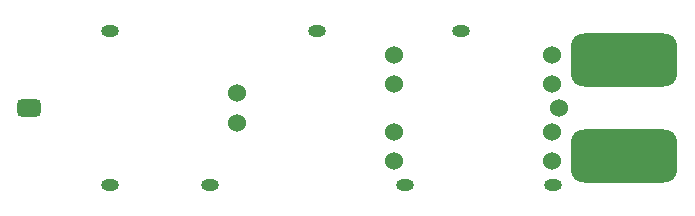
<source format=gbr>
%TF.GenerationSoftware,Altium Limited,Altium Designer,18.1.7 (191)*%
G04 Layer_Color=255*
%FSLAX45Y45*%
%MOMM*%
%TF.FileFunction,Pads,Bot*%
%TF.Part,Single*%
G01*
G75*
%TA.AperFunction,ViaPad*%
%ADD23O,1.50000X1.00000*%
%TA.AperFunction,ComponentPad*%
%ADD24C,1.52400*%
G04:AMPARAMS|DCode=25|XSize=9mm|YSize=4.5mm|CornerRadius=1.125mm|HoleSize=0mm|Usage=FLASHONLY|Rotation=0.000|XOffset=0mm|YOffset=0mm|HoleType=Round|Shape=RoundedRectangle|*
%AMROUNDEDRECTD25*
21,1,9.00000,2.25000,0,0,0.0*
21,1,6.75000,4.50000,0,0,0.0*
1,1,2.25000,3.37500,-1.12500*
1,1,2.25000,-3.37500,-1.12500*
1,1,2.25000,-3.37500,1.12500*
1,1,2.25000,3.37500,1.12500*
%
%ADD25ROUNDEDRECTD25*%
%TA.AperFunction,SMDPad,CuDef*%
G04:AMPARAMS|DCode=27|XSize=1.5mm|YSize=2mm|CornerRadius=0.375mm|HoleSize=0mm|Usage=FLASHONLY|Rotation=90.000|XOffset=0mm|YOffset=0mm|HoleType=Round|Shape=RoundedRectangle|*
%AMROUNDEDRECTD27*
21,1,1.50000,1.25000,0,0,90.0*
21,1,0.75000,2.00000,0,0,90.0*
1,1,0.75000,0.62500,0.37500*
1,1,0.75000,0.62500,-0.37500*
1,1,0.75000,-0.62500,-0.37500*
1,1,0.75000,-0.62500,0.37500*
%
%ADD27ROUNDEDRECTD27*%
D23*
X-4350000Y650000D02*
D03*
Y-650000D02*
D03*
X-3500000D02*
D03*
X-2600000Y650000D02*
D03*
X-1850000Y-650000D02*
D03*
X-1375000Y650000D02*
D03*
X-600000Y-650000D02*
D03*
D24*
X-1950000Y-450000D02*
D03*
Y-200000D02*
D03*
X-3275000Y-125000D02*
D03*
Y125000D02*
D03*
X-1950000Y200000D02*
D03*
Y450000D02*
D03*
X-610000Y-200000D02*
D03*
Y-450000D02*
D03*
Y450000D02*
D03*
Y200000D02*
D03*
X-550000Y-0D02*
D03*
D25*
X0Y-406000D02*
D03*
Y406000D02*
D03*
D27*
X-5035000Y0D02*
D03*
%TF.MD5,946e39add1607c5a4a229725bd96c8a9*%
M02*

</source>
